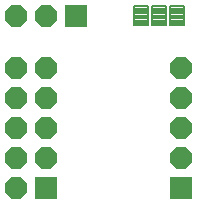
<source format=gbs>
G75*
G70*
%OFA0B0*%
%FSLAX24Y24*%
%IPPOS*%
%LPD*%
%AMOC8*
5,1,8,0,0,1.08239X$1,22.5*
%
%ADD10R,0.0720X0.0720*%
%ADD11OC8,0.0720*%
%ADD12C,0.0081*%
D10*
X017399Y008149D03*
X021899Y008149D03*
X018399Y013899D03*
D11*
X016399Y008149D03*
X016399Y009149D03*
X017399Y009149D03*
X017399Y010149D03*
X016399Y010149D03*
X016399Y011149D03*
X017399Y011149D03*
X017399Y012149D03*
X016399Y012149D03*
X016399Y013899D03*
X017399Y013899D03*
X021899Y012149D03*
X021899Y011149D03*
X021899Y010149D03*
X021899Y009149D03*
D12*
X021979Y013584D02*
X021519Y013584D01*
X021519Y014214D01*
X021979Y014214D01*
X021979Y013584D01*
X021979Y013664D02*
X021519Y013664D01*
X021519Y013744D02*
X021979Y013744D01*
X021979Y013824D02*
X021519Y013824D01*
X021519Y013904D02*
X021979Y013904D01*
X021979Y013984D02*
X021519Y013984D01*
X021519Y014064D02*
X021979Y014064D01*
X021979Y014144D02*
X021519Y014144D01*
X021379Y013584D02*
X020919Y013584D01*
X020919Y014214D01*
X021379Y014214D01*
X021379Y013584D01*
X021379Y013664D02*
X020919Y013664D01*
X020919Y013744D02*
X021379Y013744D01*
X021379Y013824D02*
X020919Y013824D01*
X020919Y013904D02*
X021379Y013904D01*
X021379Y013984D02*
X020919Y013984D01*
X020919Y014064D02*
X021379Y014064D01*
X021379Y014144D02*
X020919Y014144D01*
X020779Y013584D02*
X020319Y013584D01*
X020319Y014214D01*
X020779Y014214D01*
X020779Y013584D01*
X020779Y013664D02*
X020319Y013664D01*
X020319Y013744D02*
X020779Y013744D01*
X020779Y013824D02*
X020319Y013824D01*
X020319Y013904D02*
X020779Y013904D01*
X020779Y013984D02*
X020319Y013984D01*
X020319Y014064D02*
X020779Y014064D01*
X020779Y014144D02*
X020319Y014144D01*
M02*

</source>
